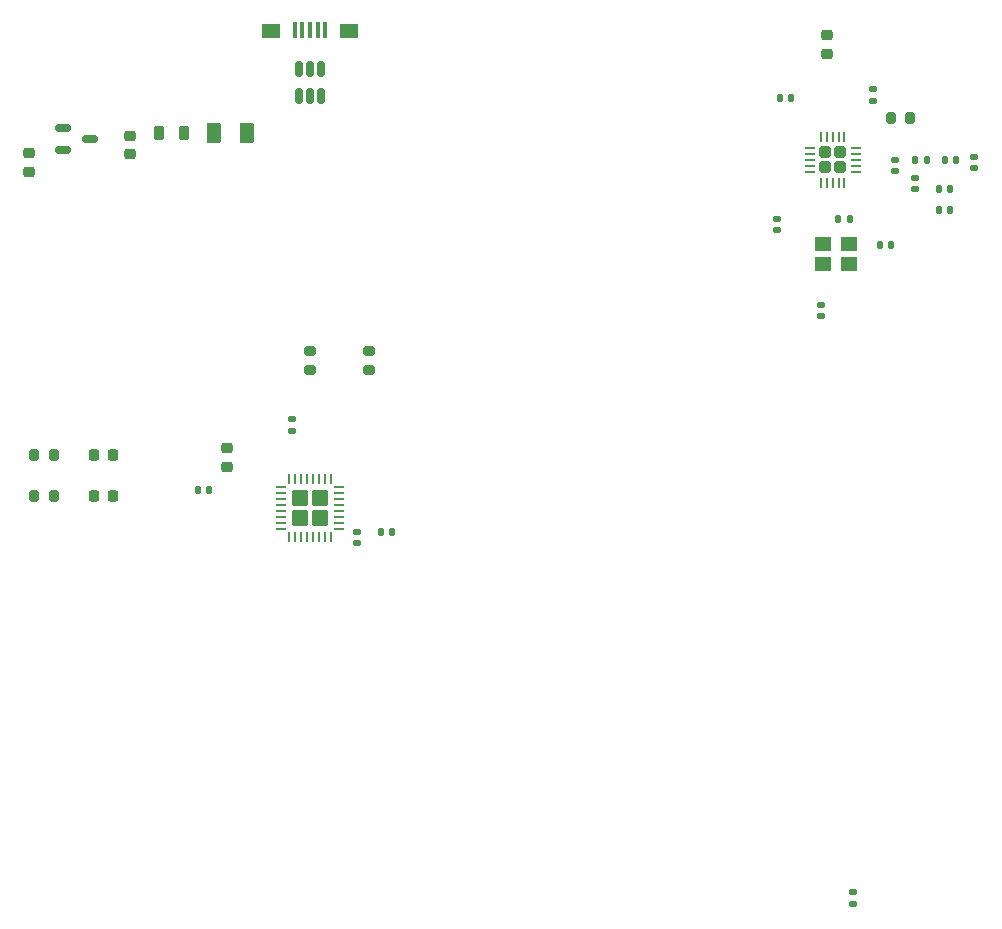
<source format=gbr>
%TF.GenerationSoftware,KiCad,Pcbnew,8.0.2*%
%TF.CreationDate,2024-06-08T21:37:47-07:00*%
%TF.ProjectId,STM_RF_PCB,53544d5f-5246-45f5-9043-422e6b696361,rev?*%
%TF.SameCoordinates,Original*%
%TF.FileFunction,Paste,Top*%
%TF.FilePolarity,Positive*%
%FSLAX46Y46*%
G04 Gerber Fmt 4.6, Leading zero omitted, Abs format (unit mm)*
G04 Created by KiCad (PCBNEW 8.0.2) date 2024-06-08 21:37:47*
%MOMM*%
%LPD*%
G01*
G04 APERTURE LIST*
G04 Aperture macros list*
%AMRoundRect*
0 Rectangle with rounded corners*
0 $1 Rounding radius*
0 $2 $3 $4 $5 $6 $7 $8 $9 X,Y pos of 4 corners*
0 Add a 4 corners polygon primitive as box body*
4,1,4,$2,$3,$4,$5,$6,$7,$8,$9,$2,$3,0*
0 Add four circle primitives for the rounded corners*
1,1,$1+$1,$2,$3*
1,1,$1+$1,$4,$5*
1,1,$1+$1,$6,$7*
1,1,$1+$1,$8,$9*
0 Add four rect primitives between the rounded corners*
20,1,$1+$1,$2,$3,$4,$5,0*
20,1,$1+$1,$4,$5,$6,$7,0*
20,1,$1+$1,$6,$7,$8,$9,0*
20,1,$1+$1,$8,$9,$2,$3,0*%
G04 Aperture macros list end*
%ADD10RoundRect,0.150000X-0.150000X0.512500X-0.150000X-0.512500X0.150000X-0.512500X0.150000X0.512500X0*%
%ADD11RoundRect,0.200000X0.275000X-0.200000X0.275000X0.200000X-0.275000X0.200000X-0.275000X-0.200000X0*%
%ADD12RoundRect,0.200000X0.200000X0.275000X-0.200000X0.275000X-0.200000X-0.275000X0.200000X-0.275000X0*%
%ADD13RoundRect,0.140000X-0.170000X0.140000X-0.170000X-0.140000X0.170000X-0.140000X0.170000X0.140000X0*%
%ADD14RoundRect,0.140000X-0.140000X-0.170000X0.140000X-0.170000X0.140000X0.170000X-0.140000X0.170000X0*%
%ADD15RoundRect,0.147500X-0.172500X0.147500X-0.172500X-0.147500X0.172500X-0.147500X0.172500X0.147500X0*%
%ADD16RoundRect,0.135000X0.185000X-0.135000X0.185000X0.135000X-0.185000X0.135000X-0.185000X-0.135000X0*%
%ADD17RoundRect,0.250000X-0.255000X-0.255000X0.255000X-0.255000X0.255000X0.255000X-0.255000X0.255000X0*%
%ADD18RoundRect,0.062500X-0.350000X-0.062500X0.350000X-0.062500X0.350000X0.062500X-0.350000X0.062500X0*%
%ADD19RoundRect,0.062500X-0.062500X-0.350000X0.062500X-0.350000X0.062500X0.350000X-0.062500X0.350000X0*%
%ADD20RoundRect,0.150000X-0.512500X-0.150000X0.512500X-0.150000X0.512500X0.150000X-0.512500X0.150000X0*%
%ADD21RoundRect,0.225000X-0.250000X0.225000X-0.250000X-0.225000X0.250000X-0.225000X0.250000X0.225000X0*%
%ADD22RoundRect,0.218750X0.218750X0.381250X-0.218750X0.381250X-0.218750X-0.381250X0.218750X-0.381250X0*%
%ADD23R,0.400000X1.350000*%
%ADD24R,1.500000X1.200000*%
%ADD25RoundRect,0.250000X-0.375000X-0.625000X0.375000X-0.625000X0.375000X0.625000X-0.375000X0.625000X0*%
%ADD26RoundRect,0.218750X-0.218750X-0.256250X0.218750X-0.256250X0.218750X0.256250X-0.218750X0.256250X0*%
%ADD27R,1.400000X1.200000*%
%ADD28RoundRect,0.147500X-0.147500X-0.172500X0.147500X-0.172500X0.147500X0.172500X-0.147500X0.172500X0*%
%ADD29RoundRect,0.140000X0.140000X0.170000X-0.140000X0.170000X-0.140000X-0.170000X0.140000X-0.170000X0*%
%ADD30RoundRect,0.225000X0.250000X-0.225000X0.250000X0.225000X-0.250000X0.225000X-0.250000X-0.225000X0*%
%ADD31RoundRect,0.250000X-0.455000X-0.455000X0.455000X-0.455000X0.455000X0.455000X-0.455000X0.455000X0*%
%ADD32RoundRect,0.062500X-0.375000X-0.062500X0.375000X-0.062500X0.375000X0.062500X-0.375000X0.062500X0*%
%ADD33RoundRect,0.062500X-0.062500X-0.375000X0.062500X-0.375000X0.062500X0.375000X-0.062500X0.375000X0*%
%ADD34RoundRect,0.135000X0.135000X0.185000X-0.135000X0.185000X-0.135000X-0.185000X0.135000X-0.185000X0*%
%ADD35RoundRect,0.140000X0.170000X-0.140000X0.170000X0.140000X-0.170000X0.140000X-0.170000X-0.140000X0*%
%ADD36RoundRect,0.200000X-0.200000X-0.275000X0.200000X-0.275000X0.200000X0.275000X-0.200000X0.275000X0*%
G04 APERTURE END LIST*
D10*
%TO.C,U2*%
X149450000Y-67862500D03*
X148500000Y-67862500D03*
X147550000Y-67862500D03*
X147550000Y-70137500D03*
X148500000Y-70137500D03*
X149450000Y-70137500D03*
%TD*%
D11*
%TO.C,R6*%
X148500000Y-93325000D03*
X148500000Y-91675000D03*
%TD*%
D12*
%TO.C,R5*%
X126825000Y-100500000D03*
X125175000Y-100500000D03*
%TD*%
D13*
%TO.C,C6*%
X191750000Y-87770000D03*
X191750000Y-88730000D03*
%TD*%
D14*
%TO.C,C8*%
X201770000Y-79750000D03*
X202730000Y-79750000D03*
%TD*%
D15*
%TO.C,L2*%
X198000000Y-75500000D03*
X198000000Y-76470000D03*
%TD*%
D13*
%TO.C,C3*%
X188000000Y-80520000D03*
X188000000Y-81480000D03*
%TD*%
D16*
%TO.C,R1*%
X196187500Y-70510000D03*
X196187500Y-69490000D03*
%TD*%
D14*
%TO.C,C7*%
X201770000Y-78000000D03*
X202730000Y-78000000D03*
%TD*%
D17*
%TO.C,U1*%
X192125000Y-74875000D03*
X192125000Y-76125000D03*
X193375000Y-74875000D03*
X193375000Y-76125000D03*
D18*
X190812500Y-74500000D03*
X190812500Y-75000000D03*
X190812500Y-75500000D03*
X190812500Y-76000000D03*
X190812500Y-76500000D03*
D19*
X191750000Y-77437500D03*
X192250000Y-77437500D03*
X192750000Y-77437500D03*
X193250000Y-77437500D03*
X193750000Y-77437500D03*
D18*
X194687500Y-76500000D03*
X194687500Y-76000000D03*
X194687500Y-75500000D03*
X194687500Y-75000000D03*
X194687500Y-74500000D03*
D19*
X193750000Y-73562500D03*
X193250000Y-73562500D03*
X192750000Y-73562500D03*
X192250000Y-73562500D03*
X191750000Y-73562500D03*
%TD*%
D15*
%TO.C,L1*%
X199750000Y-77015000D03*
X199750000Y-77985000D03*
%TD*%
D20*
%TO.C,U3*%
X127612500Y-72800000D03*
X127612500Y-74700000D03*
X129887500Y-73750000D03*
%TD*%
D21*
%TO.C,C11*%
X133250000Y-73475000D03*
X133250000Y-75025000D03*
%TD*%
D22*
%TO.C,FB1*%
X137812500Y-73250000D03*
X135687500Y-73250000D03*
%TD*%
D23*
%TO.C,J2*%
X149800000Y-64500000D03*
X149150000Y-64500000D03*
X148500000Y-64500000D03*
X147850000Y-64500000D03*
X147200000Y-64500000D03*
D24*
X151800000Y-64575000D03*
X145200000Y-64575000D03*
%TD*%
D25*
%TO.C,F1*%
X140350000Y-73250000D03*
X143150000Y-73250000D03*
%TD*%
D26*
%TO.C,D2*%
X130212500Y-104000000D03*
X131787500Y-104000000D03*
%TD*%
D27*
%TO.C,Y1*%
X194100000Y-82650000D03*
X191900000Y-82650000D03*
X191900000Y-84350000D03*
X194100000Y-84350000D03*
%TD*%
D28*
%TO.C,L3*%
X199765000Y-75500000D03*
X200735000Y-75500000D03*
%TD*%
D29*
%TO.C,C16*%
X139980000Y-103500000D03*
X139020000Y-103500000D03*
%TD*%
D13*
%TO.C,C10*%
X204750000Y-75270000D03*
X204750000Y-76230000D03*
%TD*%
D30*
%TO.C,C4*%
X192250000Y-66525000D03*
X192250000Y-64975000D03*
%TD*%
D14*
%TO.C,C9*%
X202270000Y-75500000D03*
X203230000Y-75500000D03*
%TD*%
D26*
%TO.C,D1*%
X130212500Y-100500000D03*
X131787500Y-100500000D03*
%TD*%
D31*
%TO.C,U4*%
X147625000Y-104125000D03*
X147625000Y-105875000D03*
X149375000Y-104125000D03*
X149375000Y-105875000D03*
D32*
X146062500Y-103250000D03*
X146062500Y-103750000D03*
X146062500Y-104250000D03*
X146062500Y-104750000D03*
X146062500Y-105250000D03*
X146062500Y-105750000D03*
X146062500Y-106250000D03*
X146062500Y-106750000D03*
D33*
X146750000Y-107437500D03*
X147250000Y-107437500D03*
X147750000Y-107437500D03*
X148250000Y-107437500D03*
X148750000Y-107437500D03*
X149250000Y-107437500D03*
X149750000Y-107437500D03*
X150250000Y-107437500D03*
D32*
X150937500Y-106750000D03*
X150937500Y-106250000D03*
X150937500Y-105750000D03*
X150937500Y-105250000D03*
X150937500Y-104750000D03*
X150937500Y-104250000D03*
X150937500Y-103750000D03*
X150937500Y-103250000D03*
D33*
X150250000Y-102562500D03*
X149750000Y-102562500D03*
X149250000Y-102562500D03*
X148750000Y-102562500D03*
X148250000Y-102562500D03*
X147750000Y-102562500D03*
X147250000Y-102562500D03*
X146750000Y-102562500D03*
%TD*%
D14*
%TO.C,C15*%
X154520000Y-107000000D03*
X155480000Y-107000000D03*
%TD*%
D21*
%TO.C,C12*%
X124750000Y-74975000D03*
X124750000Y-76525000D03*
%TD*%
D16*
%TO.C,R3*%
X147000000Y-98510000D03*
X147000000Y-97490000D03*
%TD*%
D13*
%TO.C,C14*%
X152500000Y-107020000D03*
X152500000Y-107980000D03*
%TD*%
D14*
%TO.C,C5*%
X196770000Y-82750000D03*
X197730000Y-82750000D03*
%TD*%
D34*
%TO.C,R2*%
X194260000Y-80500000D03*
X193240000Y-80500000D03*
%TD*%
D11*
%TO.C,R7*%
X153500000Y-93325000D03*
X153500000Y-91675000D03*
%TD*%
D29*
%TO.C,C1*%
X189230000Y-70250000D03*
X188270000Y-70250000D03*
%TD*%
D30*
%TO.C,C17*%
X141500000Y-101500000D03*
X141500000Y-99950000D03*
%TD*%
D35*
%TO.C,C13*%
X194500000Y-138480000D03*
X194500000Y-137520000D03*
%TD*%
D12*
%TO.C,R4*%
X126825000Y-104000000D03*
X125175000Y-104000000D03*
%TD*%
D36*
%TO.C,C2*%
X197675000Y-72000000D03*
X199325000Y-72000000D03*
%TD*%
M02*

</source>
